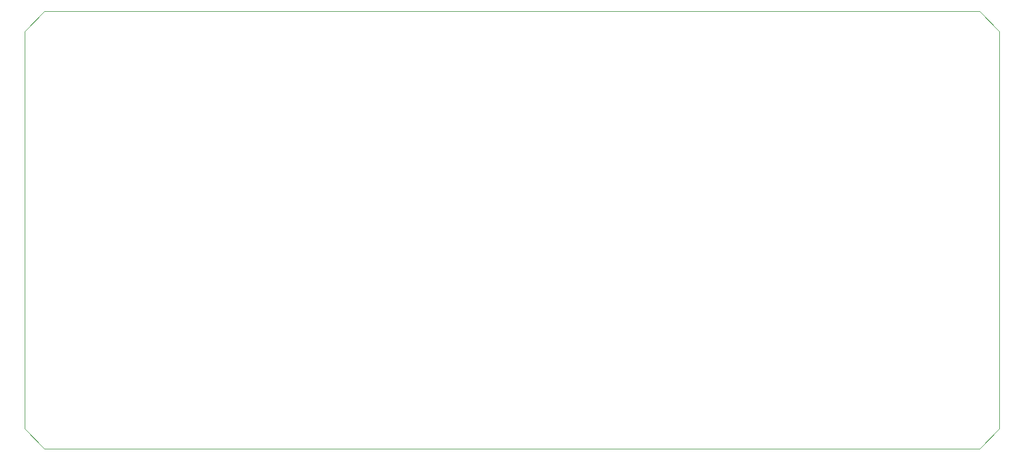
<source format=gbr>
%TF.GenerationSoftware,KiCad,Pcbnew,7.0.5*%
%TF.CreationDate,2023-09-20T17:29:03-06:00*%
%TF.ProjectId,TrustTracer_Rv1.28,54727573-7454-4726-9163-65725f527631,REV_1.28*%
%TF.SameCoordinates,Original*%
%TF.FileFunction,Profile,NP*%
%FSLAX46Y46*%
G04 Gerber Fmt 4.6, Leading zero omitted, Abs format (unit mm)*
G04 Created by KiCad (PCBNEW 7.0.5) date 2023-09-20 17:29:03*
%MOMM*%
%LPD*%
G01*
G04 APERTURE LIST*
%TA.AperFunction,Profile*%
%ADD10C,0.100000*%
%TD*%
G04 APERTURE END LIST*
D10*
X167000000Y-23000000D02*
X167000000Y-83000000D01*
X164000000Y-86000000D01*
X23000000Y-86000000D01*
X20000000Y-83000000D01*
X20000000Y-23000000D01*
X23000000Y-20000000D01*
X164000000Y-20000000D01*
X167000000Y-23000000D01*
M02*

</source>
